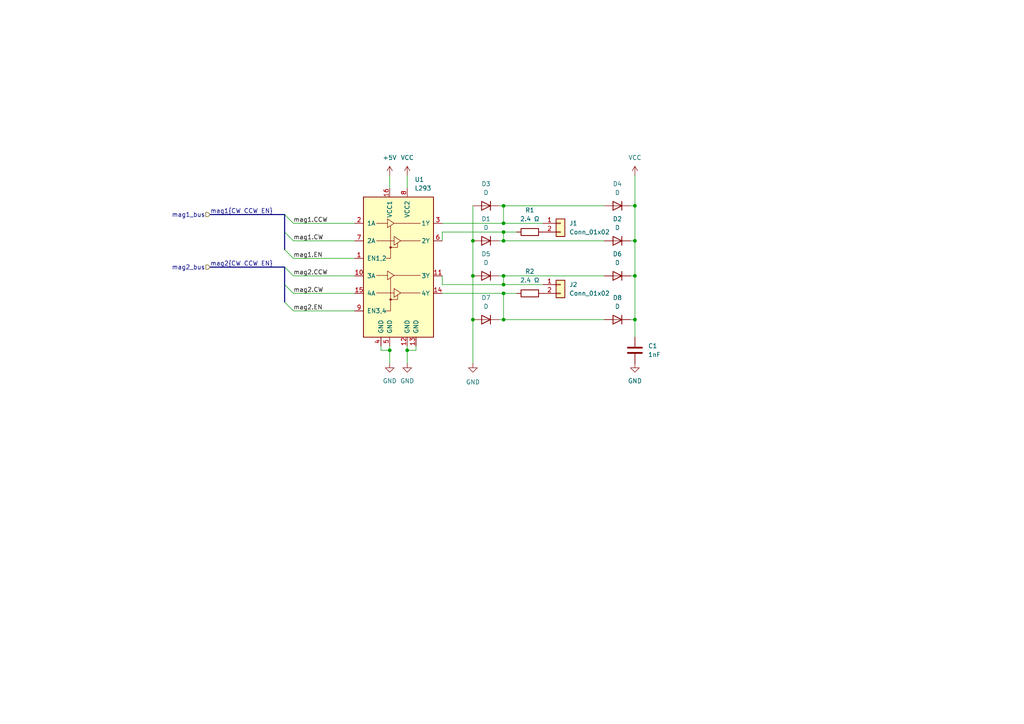
<source format=kicad_sch>
(kicad_sch (version 20250114) (generator "eeschema") (generator_version "9.0")
  (paper "A4")
  (lib_symbols
    (symbol "Connector_Generic:Conn_01x02" (pin_names (offset 1.016) (hide yes))
      (property "Reference" "J" (at 0 2.54 0))
      (property "Value" "Conn_01x02" (at 0 -5.08 0))
      (symbol "Conn_01x02_1_1"
        (rectangle (start -1.27 1.27) (end 1.27 -3.81) (stroke (width 0.254)) (fill (type background)))
        (rectangle (start -1.27 0.127) (end 0 -0.127) (stroke (width 0.1524)))
        (rectangle (start -1.27 -2.413) (end 0 -2.667) (stroke (width 0.1524)))
        (pin passive line (at -5.08 0 0) (length 3.81) (name "Pin_1") (number "1"))
        (pin passive line (at -5.08 -2.54 0) (length 3.81) (name "Pin_2") (number "2"))
      )
    )
    (symbol "Device:C" (pin_numbers (hide yes)) (pin_names (offset 0.254))
      (property "Reference" "C" (at 0.635 2.54 0))
      (property "Value" "C" (at 0.635 -2.54 0))
      (symbol "C_0_1"
        (polyline (pts (xy -2.032 0.762) (xy 2.032 0.762)) (stroke (width 0.508)))
        (polyline (pts (xy -2.032 -0.762) (xy 2.032 -0.762)) (stroke (width 0.508)))
      )
      (symbol "C_1_1"
        (pin passive line (at 0 3.81 270) (length 2.794) (name "~") (number "1"))
        (pin passive line (at 0 -3.81 90) (length 2.794) (name "~") (number "2"))
      )
    )
    (symbol "Device:D" (pin_numbers (hide yes)) (pin_names (offset 1.016) (hide yes))
      (property "Reference" "D" (at 0 2.54 0))
      (property "Value" "D" (at 0 -2.54 0))
      (symbol "D_0_1"
        (polyline (pts (xy -1.27 1.27) (xy -1.27 -1.27)) (stroke (width 0.254)))
        (polyline (pts (xy 1.27 1.27) (xy 1.27 -1.27) (xy -1.27 0) (xy 1.27 1.27)) (stroke (width 0.254)))
        (polyline (pts (xy 1.27 0) (xy -1.27 0)))
      )
      (symbol "D_1_1"
        (pin passive line (at -3.81 0 0) (length 2.54) (name "K") (number "1"))
        (pin passive line (at 3.81 0 180) (length 2.54) (name "A") (number "2"))
      )
    )
    (symbol "Device:R" (pin_numbers (hide yes)) (pin_names (offset 0))
      (property "Reference" "R" (at 2.032 0 90))
      (property "Value" "R" (at 0 0 90))
      (symbol "R_0_1"
        (rectangle (start -1.016 -2.54) (end 1.016 2.54) (stroke (width 0.254)))
      )
      (symbol "R_1_1"
        (pin passive line (at 0 3.81 270) (length 1.27) (name "~") (number "1"))
        (pin passive line (at 0 -3.81 90) (length 1.27) (name "~") (number "2"))
      )
    )
    (symbol "Driver_Motor:L293" (pin_names (offset 1.016))
      (property "Reference" "U" (at -5.08 26.035 0))
      (property "Value" "L293" (at -5.08 24.13 0))
      (symbol "L293_0_1"
        (rectangle (start -10.16 22.86) (end 10.16 -17.78) (stroke (width 0.254)) (fill (type background)))
        (polyline (pts (xy -6.35 15.24) (xy -3.175 15.24)))
        (polyline (pts (xy -6.35 10.16) (xy -1.27 10.16)))
        (polyline (pts (xy -6.35 0.127) (xy -3.175 0.127)))
        (polyline (pts (xy -6.35 -4.953) (xy -1.27 -4.953)))
        (polyline (pts (xy -3.175 16.51) (xy -3.175 13.97) (xy -1.27 15.24) (xy -3.175 16.51)))
        (polyline (pts (xy -3.175 1.397) (xy -3.175 -1.143) (xy -1.27 0.127) (xy -3.175 1.397)))
        (polyline (pts (xy -2.286 14.478) (xy -2.286 5.08) (xy -3.556 5.08)))
        (circle (center -2.286 8.255) (radius 0.254) (fill (type outline)))
        (polyline (pts (xy -2.286 8.255) (xy -0.254 8.255) (xy -0.254 9.525)))
        (polyline (pts (xy -2.286 -0.635) (xy -2.286 -10.16) (xy -3.556 -10.16)))
        (circle (center -2.286 -6.858) (radius 0.254) (fill (type outline)))
        (polyline (pts (xy -2.286 -6.858) (xy -0.254 -6.858) (xy -0.254 -5.588)))
        (polyline (pts (xy -1.27 15.24) (xy 6.35 15.24)))
        (polyline (pts (xy -1.27 11.43) (xy -1.27 8.89) (xy 0.635 10.16) (xy -1.27 11.43)))
        (polyline (pts (xy -1.27 0.127) (xy 6.35 0.127)))
        (polyline (pts (xy -1.27 -3.683) (xy -1.27 -6.223) (xy 0.635 -4.953) (xy -1.27 -3.683)))
        (polyline (pts (xy 0.635 10.16) (xy 6.35 10.16)))
        (polyline (pts (xy 0.635 -4.953) (xy 6.35 -4.953)))
      )
      (symbol "L293_1_1"
        (pin input line (at -12.7 15.24 0) (length 2.54) (name "1A") (number "2"))
        (pin input line (at -12.7 10.16 0) (length 2.54) (name "2A") (number "7"))
        (pin input line (at -12.7 5.08 0) (length 2.54) (name "EN1,2") (number "1"))
        (pin input line (at -12.7 0 0) (length 2.54) (name "3A") (number "10"))
        (pin input line (at -12.7 -5.08 0) (length 2.54) (name "4A") (number "15"))
        (pin input line (at -12.7 -10.16 0) (length 2.54) (name "EN3,4") (number "9"))
        (pin power_in line (at -5.08 -20.32 90) (length 2.54) (name "GND") (number "4"))
        (pin power_in line (at -2.54 25.4 270) (length 2.54) (name "VCC1") (number "16"))
        (pin power_in line (at -2.54 -20.32 90) (length 2.54) (name "GND") (number "5"))
        (pin power_in line (at 2.54 25.4 270) (length 2.54) (name "VCC2") (number "8"))
        (pin power_in line (at 2.54 -20.32 90) (length 2.54) (name "GND") (number "12"))
        (pin power_in line (at 5.08 -20.32 90) (length 2.54) (name "GND") (number "13"))
        (pin output line (at 12.7 15.24 180) (length 2.54) (name "1Y") (number "3"))
        (pin output line (at 12.7 10.16 180) (length 2.54) (name "2Y") (number "6"))
        (pin output line (at 12.7 0 180) (length 2.54) (name "3Y") (number "11"))
        (pin output line (at 12.7 -5.08 180) (length 2.54) (name "4Y") (number "14"))
      )
    )
    (symbol "power:+5V" (power) (pin_numbers (hide yes)) (pin_names (offset 0) (hide yes))
      (property "Value" "+5V" (at 0 3.556 0))
      (symbol "+5V_0_1"
        (polyline (pts (xy -0.762 1.27) (xy 0 2.54)))
        (polyline (pts (xy 0 2.54) (xy 0.762 1.27)))
        (polyline (pts (xy 0 0) (xy 0 2.54)))
      )
      (symbol "+5V_1_1"
        (pin power_in line (at 0 0 90) (length 0) (name "~") (number "1"))
      )
    )
    (symbol "power:GND" (power) (pin_numbers (hide yes)) (pin_names (offset 0) (hide yes))
      (property "Value" "GND" (at 0 -3.81 0))
      (symbol "GND_0_1"
        (polyline (pts (xy 0 0) (xy 0 -1.27) (xy 1.27 -1.27) (xy 0 -2.54) (xy -1.27 -1.27) (xy 0 -1.27)))
      )
      (symbol "GND_1_1"
        (pin power_in line (at 0 0 270) (length 0) (name "~") (number "1"))
      )
    )
    (symbol "power:VCC" (power) (pin_numbers (hide yes)) (pin_names (offset 0) (hide yes))
      (property "Value" "VCC" (at 0 3.556 0))
      (symbol "VCC_0_1"
        (polyline (pts (xy -0.762 1.27) (xy 0 2.54)))
        (polyline (pts (xy 0 2.54) (xy 0.762 1.27)))
        (polyline (pts (xy 0 0) (xy 0 2.54)))
      )
      (symbol "VCC_1_1"
        (pin power_in line (at 0 0 90) (length 0) (name "~") (number "1"))
      )
    )
  )
  (bus_alias "MAG" (members "CCW" "CW" "EN"))
  (junction (at 184.15 59.69))
  (junction (at 146.05 82.55))
  (junction (at 184.15 92.71))
  (junction (at 146.05 69.85))
  (junction (at 137.16 92.71))
  (junction (at 118.11 101.6))
  (junction (at 184.15 80.01))
  (junction (at 137.16 69.85))
  (junction (at 184.15 69.85))
  (junction (at 146.05 64.77))
  (junction (at 146.05 85.09))
  (junction (at 137.16 80.01))
  (junction (at 146.05 80.01))
  (junction (at 146.05 59.69))
  (junction (at 146.05 67.31))
  (junction (at 146.05 92.71))
  (junction (at 113.03 101.6))
  (bus_entry (at 82.55 87.63) (size 2.54 2.54))
  (bus_entry (at 82.55 72.39) (size 2.54 2.54))
  (bus_entry (at 82.55 82.55) (size 2.54 2.54))
  (bus_entry (at 82.55 67.31) (size 2.54 2.54))
  (bus_entry (at 82.55 77.47) (size 2.54 2.54))
  (bus_entry (at 82.55 62.23) (size 2.54 2.54))
  (wire (pts (xy 146.05 67.31) (xy 146.05 69.85)))
  (bus (pts (xy 82.55 67.31) (xy 82.55 72.39)))
  (wire (pts (xy 146.05 82.55) (xy 157.48 82.55)))
  (wire (pts (xy 182.88 92.71) (xy 184.15 92.71)))
  (wire (pts (xy 128.27 85.09) (xy 146.05 85.09)))
  (bus (pts (xy 60.96 77.47) (xy 82.55 77.47)))
  (wire (pts (xy 128.27 82.55) (xy 146.05 82.55)))
  (wire (pts (xy 137.16 92.71) (xy 137.16 105.41)))
  (wire (pts (xy 118.11 105.41) (xy 118.11 101.6)))
  (wire (pts (xy 184.15 69.85) (xy 184.15 80.01)))
  (wire (pts (xy 146.05 85.09) (xy 149.86 85.09)))
  (wire (pts (xy 85.09 74.93) (xy 102.87 74.93)))
  (wire (pts (xy 146.05 92.71) (xy 175.26 92.71)))
  (wire (pts (xy 146.05 69.85) (xy 175.26 69.85)))
  (wire (pts (xy 85.09 90.17) (xy 102.87 90.17)))
  (bus (pts (xy 82.55 82.55) (xy 82.55 87.63)))
  (wire (pts (xy 85.09 85.09) (xy 102.87 85.09)))
  (wire (pts (xy 113.03 105.41) (xy 113.03 101.6)))
  (wire (pts (xy 85.09 69.85) (xy 102.87 69.85)))
  (wire (pts (xy 146.05 59.69) (xy 175.26 59.69)))
  (wire (pts (xy 146.05 59.69) (xy 144.78 59.69)))
  (wire (pts (xy 128.27 67.31) (xy 128.27 69.85)))
  (bus (pts (xy 60.96 62.23) (xy 82.55 62.23)))
  (wire (pts (xy 146.05 59.69) (xy 146.05 64.77)))
  (wire (pts (xy 120.65 101.6) (xy 118.11 101.6)))
  (wire (pts (xy 85.09 80.01) (xy 102.87 80.01)))
  (wire (pts (xy 137.16 59.69) (xy 137.16 69.85)))
  (wire (pts (xy 146.05 85.09) (xy 146.05 92.71)))
  (wire (pts (xy 182.88 80.01) (xy 184.15 80.01)))
  (bus (pts (xy 82.55 82.55) (xy 82.55 77.47)))
  (wire (pts (xy 120.65 100.33) (xy 120.65 101.6)))
  (wire (pts (xy 146.05 64.77) (xy 157.48 64.77)))
  (wire (pts (xy 146.05 69.85) (xy 144.78 69.85)))
  (wire (pts (xy 110.49 100.33) (xy 110.49 101.6)))
  (wire (pts (xy 184.15 92.71) (xy 184.15 97.79)))
  (wire (pts (xy 118.11 50.8) (xy 118.11 54.61)))
  (wire (pts (xy 144.78 92.71) (xy 146.05 92.71)))
  (wire (pts (xy 184.15 59.69) (xy 184.15 69.85)))
  (wire (pts (xy 137.16 80.01) (xy 137.16 92.71)))
  (wire (pts (xy 113.03 50.8) (xy 113.03 54.61)))
  (bus (pts (xy 82.55 67.31) (xy 82.55 62.23)))
  (wire (pts (xy 146.05 67.31) (xy 149.86 67.31)))
  (wire (pts (xy 184.15 80.01) (xy 184.15 92.71)))
  (wire (pts (xy 146.05 80.01) (xy 175.26 80.01)))
  (wire (pts (xy 118.11 101.6) (xy 118.11 100.33)))
  (wire (pts (xy 113.03 101.6) (xy 113.03 100.33)))
  (wire (pts (xy 146.05 80.01) (xy 146.05 82.55)))
  (wire (pts (xy 110.49 101.6) (xy 113.03 101.6)))
  (wire (pts (xy 128.27 80.01) (xy 128.27 82.55)))
  (wire (pts (xy 128.27 67.31) (xy 146.05 67.31)))
  (wire (pts (xy 85.09 64.77) (xy 102.87 64.77)))
  (wire (pts (xy 128.27 64.77) (xy 146.05 64.77)))
  (wire (pts (xy 184.15 59.69) (xy 182.88 59.69)))
  (wire (pts (xy 137.16 69.85) (xy 137.16 80.01)))
  (wire (pts (xy 182.88 69.85) (xy 184.15 69.85)))
  (wire (pts (xy 184.15 50.8) (xy 184.15 59.69)))
  (wire (pts (xy 144.78 80.01) (xy 146.05 80.01)))
  (label "mag1.CW" (at 85.09 69.85 0))
  (label "mag2{CW CCW EN}" (at 60.96 77.47 0))
  (label "mag2.CW" (at 85.09 85.09 0))
  (label "mag1.CCW" (at 85.09 64.77 0))
  (label "mag1{CW CCW EN}" (at 60.96 62.23 0))
  (label "mag1.EN" (at 85.09 74.93 0))
  (label "mag2.CCW" (at 85.09 80.01 0))
  (label "mag2.EN" (at 85.09 90.17 0))
  (hierarchical_label "mag1_bus" (shape input) (at 60.96 62.23 180))
  (hierarchical_label "mag2_bus" (shape input) (at 60.96 77.47 180))
  (symbol (lib_id "power:VCC") (at 184.15 50.8 0) (unit 1)
    (property "Reference" "#PWR06" (effects (hide yes)))
    (property "Value" "VCC" (at 184.15 45.72 0))
    (property "Description" "Power symbol creates a global label with name \"VCC\"" (effects (hide yes)))
  )
  (symbol (lib_id "power:+5V") (at 113.03 50.8 0) (unit 1)
    (property "Reference" "#PWR03" (effects (hide yes)))
    (property "Value" "+5V" (at 113.03 45.72 0))
    (property "Description" "Power symbol creates a global label with name \"+5V\"" (effects (hide yes)))
  )
  (symbol (lib_id "Device:R") (at 153.67 85.09 90) (unit 1)
    (property "Reference" "R2" (at 153.67 78.74 90))
    (property "Value" "2.4 Ω" (at 153.67 81.28 90))
    (property "Footprint" "Resistor_THT:R_Axial_DIN0309_L9.0mm_D3.2mm_P12.70mm_Horizontal" (effects (hide yes)))
    (property "Description" "Resistor" (effects (hide yes)))
  )
  (symbol (lib_id "Connector_Generic:Conn_01x02") (at 162.56 82.55 0) (unit 1)
    (property "Reference" "J2" (at 165.1 82.5499 0) (effects (justify left)))
    (property "Value" "Conn_01x02" (at 165.1 85.0899 0) (effects (justify left)))
    (property "Footprint" "Connector_Wire:SolderWire-0.1sqmm_1x02_P3.6mm_D0.4mm_OD1mm" (effects (hide yes)))
    (property "Description" "Generic connector, single row, 01x02, script generated (kicad-library-utils/schlib/autogen/connector/)" (effects (hide yes)))
  )
  (symbol (lib_id "Device:D") (at 179.07 92.71 180) (unit 1)
    (property "Reference" "D8" (at 179.07 86.36 0))
    (property "Value" "D" (at 179.07 88.9 0))
    (property "Footprint" "Diode_THT:D_A-405_P7.62mm_Horizontal" (effects (hide yes)))
    (property "Description" "Diode" (effects (hide yes)))
    (property "Sim.Device" "D" (effects (hide yes)))
    (property "Sim.Pins" "1=K 2=A" (effects (hide yes)))
  )
  (symbol (lib_id "power:VCC") (at 118.11 50.8 0) (unit 1)
    (property "Reference" "#PWR05" (effects (hide yes)))
    (property "Value" "VCC" (at 118.11 45.72 0))
    (property "Description" "Power symbol creates a global label with name \"VCC\"" (effects (hide yes)))
  )
  (symbol (lib_id "Driver_Motor:L293") (at 115.57 80.01 0) (unit 1)
    (property "Reference" "U1" (at 120.2533 52.07 0) (effects (justify left)))
    (property "Value" "L293" (at 120.2533 54.61 0) (effects (justify left)))
    (property "Footprint" "Package_DIP:DIP-16_W7.62mm" (effects (hide yes)))
    (property "Datasheet" "http://www.ti.com/lit/ds/symlink/l293.pdf" (effects (hide yes)))
    (property "Description" "Quadruple Half-H Drivers" (effects (hide yes)))
  )
  (symbol (lib_id "power:GND") (at 184.15 105.41 0) (unit 1)
    (property "Reference" "#PWR07" (effects (hide yes)))
    (property "Value" "GND" (at 184.15 110.49 0))
    (property "Description" "Power symbol creates a global label with name \"GND\" , ground" (effects (hide yes)))
  )
  (symbol (lib_id "Connector_Generic:Conn_01x02") (at 162.56 64.77 0) (unit 1)
    (property "Reference" "J1" (at 165.1 64.7699 0) (effects (justify left)))
    (property "Value" "Conn_01x02" (at 165.1 67.3099 0) (effects (justify left)))
    (property "Footprint" "Connector_Wire:SolderWire-0.1sqmm_1x02_P3.6mm_D0.4mm_OD1mm" (effects (hide yes)))
    (property "Description" "Generic connector, single row, 01x02, script generated (kicad-library-utils/schlib/autogen/connector/)" (effects (hide yes)))
  )
  (symbol (lib_id "power:GND") (at 118.11 105.41 0) (unit 1)
    (property "Reference" "#PWR02" (effects (hide yes)))
    (property "Value" "GND" (at 118.11 110.49 0))
    (property "Description" "Power symbol creates a global label with name \"GND\" , ground" (effects (hide yes)))
  )
  (symbol (lib_id "Device:D") (at 179.07 80.01 180) (unit 1)
    (property "Reference" "D6" (at 179.07 73.66 0))
    (property "Value" "D" (at 179.07 76.2 0))
    (property "Footprint" "Diode_THT:D_A-405_P7.62mm_Horizontal" (effects (hide yes)))
    (property "Description" "Diode" (effects (hide yes)))
    (property "Sim.Device" "D" (effects (hide yes)))
    (property "Sim.Pins" "1=K 2=A" (effects (hide yes)))
  )
  (symbol (lib_id "Device:R") (at 153.67 67.31 90) (unit 1)
    (property "Reference" "R1" (at 153.67 60.96 90))
    (property "Value" "2.4 Ω" (at 153.67 63.5 90))
    (property "Footprint" "Resistor_THT:R_Axial_DIN0309_L9.0mm_D3.2mm_P12.70mm_Horizontal" (effects (hide yes)))
    (property "Description" "Resistor" (effects (hide yes)))
  )
  (symbol (lib_id "Device:C") (at 184.15 101.6 0) (unit 1)
    (property "Reference" "C1" (at 187.96 100.3299 0) (effects (justify left)))
    (property "Value" "1nF" (at 187.96 102.8699 0) (effects (justify left)))
    (property "Footprint" "Capacitor_THT:C_Disc_D3.4mm_W2.1mm_P2.50mm" (effects (hide yes)))
    (property "Description" "Unpolarized capacitor" (effects (hide yes)))
  )
  (symbol (lib_id "power:GND") (at 137.16 105.41 0) (unit 1)
    (property "Reference" "#PWR04" (effects (hide yes)))
    (property "Value" "GND" (at 137.16 110.8183 0))
    (property "Description" "Power symbol creates a global label with name \"GND\" , ground" (effects (hide yes)))
  )
  (symbol (lib_id "Device:D") (at 140.97 80.01 180) (unit 1)
    (property "Reference" "D5" (at 140.97 73.66 0))
    (property "Value" "D" (at 140.97 76.2 0))
    (property "Footprint" "Diode_THT:D_A-405_P7.62mm_Horizontal" (effects (hide yes)))
    (property "Description" "Diode" (effects (hide yes)))
    (property "Sim.Device" "D" (effects (hide yes)))
    (property "Sim.Pins" "1=K 2=A" (effects (hide yes)))
  )
  (symbol (lib_id "Device:D") (at 140.97 92.71 180) (unit 1)
    (property "Reference" "D7" (at 140.97 86.36 0))
    (property "Value" "D" (at 140.97 88.9 0))
    (property "Footprint" "Diode_THT:D_A-405_P7.62mm_Horizontal" (effects (hide yes)))
    (property "Description" "Diode" (effects (hide yes)))
    (property "Sim.Device" "D" (effects (hide yes)))
    (property "Sim.Pins" "1=K 2=A" (effects (hide yes)))
  )
  (symbol (lib_id "Device:D") (at 140.97 69.85 180) (unit 1)
    (property "Reference" "D1" (at 140.97 63.5 0))
    (property "Value" "D" (at 140.97 66.04 0))
    (property "Footprint" "Diode_THT:D_A-405_P7.62mm_Horizontal" (effects (hide yes)))
    (property "Description" "Diode" (effects (hide yes)))
    (property "Sim.Device" "D" (effects (hide yes)))
    (property "Sim.Pins" "1=K 2=A" (effects (hide yes)))
  )
  (symbol (lib_id "Device:D") (at 140.97 59.69 180) (unit 1)
    (property "Reference" "D3" (at 140.97 53.34 0))
    (property "Value" "D" (at 140.97 55.88 0))
    (property "Footprint" "Diode_THT:D_A-405_P7.62mm_Horizontal" (effects (hide yes)))
    (property "Description" "Diode" (effects (hide yes)))
    (property "Sim.Device" "D" (effects (hide yes)))
    (property "Sim.Pins" "1=K 2=A" (effects (hide yes)))
  )
  (symbol (lib_id "Device:D") (at 179.07 59.69 180) (unit 1)
    (property "Reference" "D4" (at 179.07 53.34 0))
    (property "Value" "D" (at 179.07 55.88 0))
    (property "Footprint" "Diode_THT:D_A-405_P7.62mm_Horizontal" (effects (hide yes)))
    (property "Description" "Diode" (effects (hide yes)))
    (property "Sim.Device" "D" (effects (hide yes)))
    (property "Sim.Pins" "1=K 2=A" (effects (hide yes)))
  )
  (symbol (lib_id "Device:D") (at 179.07 69.85 180) (unit 1)
    (property "Reference" "D2" (at 179.07 63.5 0))
    (property "Value" "D" (at 179.07 66.04 0))
    (property "Footprint" "Diode_THT:D_A-405_P7.62mm_Horizontal" (effects (hide yes)))
    (property "Description" "Diode" (effects (hide yes)))
    (property "Sim.Device" "D" (effects (hide yes)))
    (property "Sim.Pins" "1=K 2=A" (effects (hide yes)))
  )
  (symbol (lib_id "power:GND") (at 113.03 105.41 0) (unit 1)
    (property "Reference" "#PWR01" (effects (hide yes)))
    (property "Value" "GND" (at 113.03 110.49 0))
    (property "Description" "Power symbol creates a global label with name \"GND\" , ground" (effects (hide yes)))
  )
)
</source>
